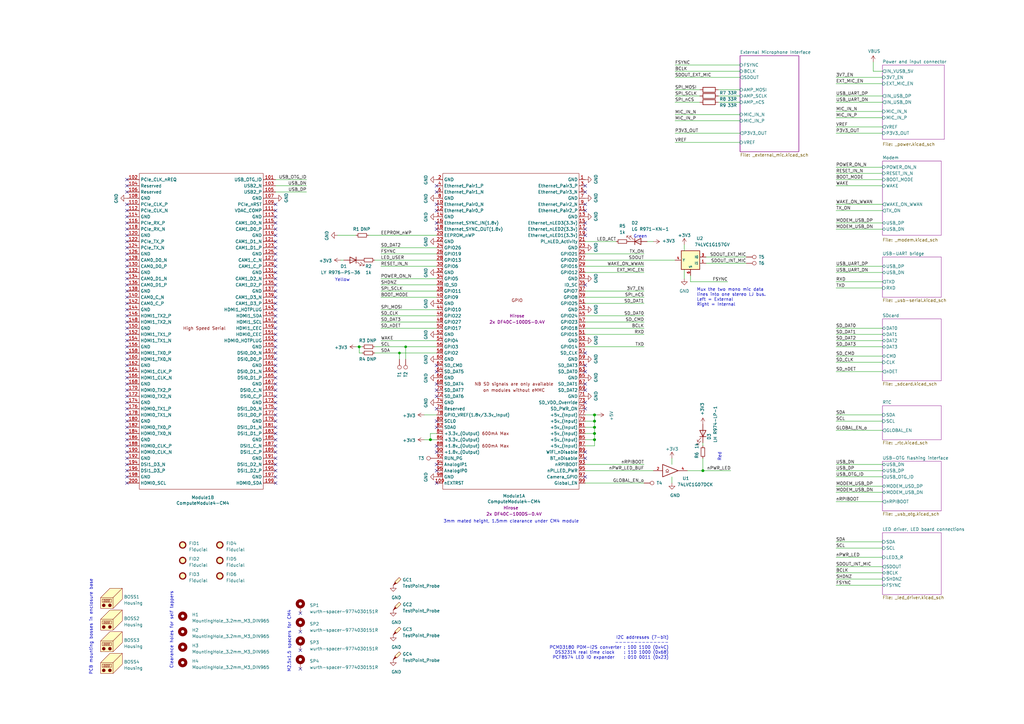
<source format=kicad_sch>
(kicad_sch (version 20230409) (generator eeschema)
  (paper "A3")
  (junction (at 243.84 177.8) (diameter 1.016))
  (junction (at 243.84 172.72) (diameter 1.016))
  (junction (at 166.37 142.24))
  (junction (at 147.32 142.24) (diameter 1.016))
  (junction (at 176.53 180.34) (diameter 1.016))
  (junction (at 243.84 180.34) (diameter 1.016))
  (junction (at 288.29 193.04) (diameter 1.016))
  (junction (at 163.83 144.78))
  (junction (at 243.84 170.18) (diameter 1.016))
  (junction (at 243.84 175.26) (diameter 1.016))
  (no_connect (at 123.19 274.32))
  (no_connect (at 123.19 259.08))
  (no_connect (at 179.07 190.5))
  (no_connect (at 179.07 149.86))
  (no_connect (at 179.07 152.4))
  (no_connect (at 179.07 157.48))
  (no_connect (at 52.07 180.34))
  (no_connect (at 52.07 119.38))
  (no_connect (at 179.07 198.12))
  (no_connect (at 52.07 187.96))
  (no_connect (at 52.07 172.72))
  (no_connect (at 52.07 134.62))
  (no_connect (at 179.07 160.02))
  (no_connect (at 179.07 162.56))
  (no_connect (at 179.07 167.64))
  (no_connect (at 240.03 185.42))
  (no_connect (at 240.03 187.96))
  (no_connect (at 240.03 195.58))
  (no_connect (at 52.07 142.24))
  (no_connect (at 113.03 185.42))
  (no_connect (at 113.03 190.5))
  (no_connect (at 113.03 187.96))
  (no_connect (at 113.03 180.34))
  (no_connect (at 113.03 193.04))
  (no_connect (at 113.03 198.12))
  (no_connect (at 113.03 165.1))
  (no_connect (at 123.19 251.46))
  (no_connect (at 113.03 157.48))
  (no_connect (at 52.07 165.1))
  (no_connect (at 52.07 111.76))
  (no_connect (at 52.07 88.9))
  (no_connect (at 52.07 96.52))
  (no_connect (at 113.03 114.3))
  (no_connect (at 113.03 116.84))
  (no_connect (at 113.03 121.92))
  (no_connect (at 113.03 124.46))
  (no_connect (at 113.03 127))
  (no_connect (at 113.03 129.54))
  (no_connect (at 113.03 132.08))
  (no_connect (at 113.03 134.62))
  (no_connect (at 113.03 137.16))
  (no_connect (at 113.03 139.7))
  (no_connect (at 113.03 144.78))
  (no_connect (at 113.03 147.32))
  (no_connect (at 113.03 152.4))
  (no_connect (at 113.03 154.94))
  (no_connect (at 113.03 160.02))
  (no_connect (at 113.03 162.56))
  (no_connect (at 113.03 167.64))
  (no_connect (at 113.03 170.18))
  (no_connect (at 113.03 175.26))
  (no_connect (at 113.03 177.8))
  (no_connect (at 113.03 182.88))
  (no_connect (at 240.03 116.84))
  (no_connect (at 52.07 157.48))
  (no_connect (at 52.07 76.2))
  (no_connect (at 179.07 193.04))
  (no_connect (at 113.03 96.52))
  (no_connect (at 113.03 119.38))
  (no_connect (at 113.03 88.9))
  (no_connect (at 52.07 127))
  (no_connect (at 179.07 76.2))
  (no_connect (at 179.07 78.74))
  (no_connect (at 179.07 83.82))
  (no_connect (at 179.07 86.36))
  (no_connect (at 179.07 91.44))
  (no_connect (at 179.07 93.98))
  (no_connect (at 240.03 76.2))
  (no_connect (at 240.03 78.74))
  (no_connect (at 240.03 83.82))
  (no_connect (at 240.03 86.36))
  (no_connect (at 240.03 91.44))
  (no_connect (at 240.03 93.98))
  (no_connect (at 240.03 96.52))
  (no_connect (at 113.03 111.76))
  (no_connect (at 52.07 73.66))
  (no_connect (at 52.07 78.74))
  (no_connect (at 52.07 83.82))
  (no_connect (at 52.07 86.36))
  (no_connect (at 52.07 91.44))
  (no_connect (at 52.07 93.98))
  (no_connect (at 52.07 99.06))
  (no_connect (at 52.07 101.6))
  (no_connect (at 52.07 106.68))
  (no_connect (at 52.07 109.22))
  (no_connect (at 52.07 114.3))
  (no_connect (at 52.07 116.84))
  (no_connect (at 52.07 121.92))
  (no_connect (at 52.07 124.46))
  (no_connect (at 52.07 129.54))
  (no_connect (at 52.07 132.08))
  (no_connect (at 52.07 137.16))
  (no_connect (at 52.07 139.7))
  (no_connect (at 52.07 144.78))
  (no_connect (at 52.07 147.32))
  (no_connect (at 52.07 152.4))
  (no_connect (at 52.07 154.94))
  (no_connect (at 52.07 160.02))
  (no_connect (at 52.07 162.56))
  (no_connect (at 52.07 167.64))
  (no_connect (at 52.07 170.18))
  (no_connect (at 52.07 175.26))
  (no_connect (at 52.07 177.8))
  (no_connect (at 52.07 182.88))
  (no_connect (at 52.07 185.42))
  (no_connect (at 52.07 190.5))
  (no_connect (at 52.07 193.04))
  (no_connect (at 52.07 198.12))
  (no_connect (at 113.03 83.82))
  (no_connect (at 113.03 86.36))
  (no_connect (at 113.03 91.44))
  (no_connect (at 113.03 93.98))
  (no_connect (at 113.03 99.06))
  (no_connect (at 113.03 101.6))
  (no_connect (at 113.03 106.68))
  (no_connect (at 113.03 109.22))
  (no_connect (at 113.03 142.24))
  (no_connect (at 113.03 172.72))
  (no_connect (at 113.03 149.86))
  (no_connect (at 52.07 195.58))
  (no_connect (at 123.19 266.7))
  (no_connect (at 113.03 195.58))
  (no_connect (at 240.03 144.78))
  (no_connect (at 240.03 149.86))
  (no_connect (at 240.03 152.4))
  (no_connect (at 240.03 157.48))
  (no_connect (at 240.03 160.02))
  (no_connect (at 240.03 165.1))
  (no_connect (at 240.03 167.64))
  (no_connect (at 52.07 149.86))
  (no_connect (at 113.03 104.14))
  (no_connect (at 52.07 104.14))
  (no_connect (at 179.07 172.72))
  (no_connect (at 179.07 175.26))
  (no_connect (at 179.07 182.88))
  (no_connect (at 179.07 185.42))
  (wire (pts (xy 243.84 170.18) (xy 243.84 172.72)))
  (wire (pts (xy 243.84 175.26) (xy 243.84 177.8)))
  (wire (pts (xy 342.9 109.22) (xy 361.95 109.22)))
  (wire (pts (xy 243.84 177.8) (xy 243.84 180.34)))
  (wire (pts (xy 156.21 101.6) (xy 179.07 101.6)))
  (wire (pts (xy 156.21 129.54) (xy 179.07 129.54)))
  (wire (pts (xy 265.43 99.06) (xy 267.97 99.06)))
  (wire (pts (xy 276.86 41.91) (xy 287.02 41.91)))
  (wire (pts (xy 240.03 99.06) (xy 252.73 99.06)))
  (wire (pts (xy 276.86 39.37) (xy 287.02 39.37)))
  (wire (pts (xy 153.67 144.78) (xy 163.83 144.78)))
  (wire (pts (xy 288.29 181.61) (xy 288.29 182.88)))
  (wire (pts (xy 243.84 182.88) (xy 240.03 182.88)))
  (wire (pts (xy 342.9 237.49) (xy 361.95 237.49)))
  (wire (pts (xy 281.94 193.04) (xy 288.29 193.04)))
  (wire (pts (xy 288.29 193.04) (xy 299.72 193.04)))
  (wire (pts (xy 240.03 134.62) (xy 264.16 134.62)))
  (wire (pts (xy 156.21 114.3) (xy 179.07 114.3)))
  (wire (pts (xy 173.99 180.34) (xy 176.53 180.34)))
  (wire (pts (xy 153.67 142.24) (xy 166.37 142.24)))
  (wire (pts (xy 342.9 222.25) (xy 361.95 222.25)))
  (wire (pts (xy 294.64 36.83) (xy 303.53 36.83)))
  (wire (pts (xy 243.84 172.72) (xy 243.84 175.26)))
  (wire (pts (xy 283.21 113.03) (xy 283.21 115.57)))
  (wire (pts (xy 342.9 170.18) (xy 361.95 170.18)))
  (wire (pts (xy 358.14 25.4) (xy 358.14 29.21)))
  (wire (pts (xy 358.14 29.21) (xy 361.95 29.21)))
  (wire (pts (xy 276.86 31.75) (xy 303.53 31.75)))
  (wire (pts (xy 275.59 195.58) (xy 275.59 198.12)))
  (wire (pts (xy 138.43 96.52) (xy 146.05 96.52)))
  (wire (pts (xy 176.53 177.8) (xy 176.53 180.34)))
  (wire (pts (xy 179.07 177.8) (xy 176.53 177.8)))
  (wire (pts (xy 342.9 224.79) (xy 361.95 224.79)))
  (wire (pts (xy 342.9 190.5) (xy 361.95 190.5)))
  (wire (pts (xy 283.21 115.57) (xy 298.45 115.57)))
  (wire (pts (xy 342.9 142.24) (xy 361.95 142.24)))
  (wire (pts (xy 156.21 127) (xy 179.07 127)))
  (wire (pts (xy 156.21 134.62) (xy 179.07 134.62)))
  (wire (pts (xy 240.03 170.18) (xy 243.84 170.18)))
  (wire (pts (xy 146.05 142.24) (xy 147.32 142.24)))
  (wire (pts (xy 147.32 142.24) (xy 148.59 142.24)))
  (wire (pts (xy 342.9 137.16) (xy 361.95 137.16)))
  (wire (pts (xy 342.9 205.74) (xy 361.95 205.74)))
  (wire (pts (xy 163.83 144.78) (xy 163.83 147.32)))
  (wire (pts (xy 156.21 119.38) (xy 179.07 119.38)))
  (wire (pts (xy 342.9 232.41) (xy 361.95 232.41)))
  (wire (pts (xy 280.67 110.49) (xy 280.67 114.3)))
  (wire (pts (xy 166.37 142.24) (xy 179.07 142.24)))
  (wire (pts (xy 176.53 180.34) (xy 179.07 180.34)))
  (wire (pts (xy 240.03 137.16) (xy 264.16 137.16)))
  (wire (pts (xy 156.21 104.14) (xy 179.07 104.14)))
  (wire (pts (xy 342.9 148.59) (xy 361.95 148.59)))
  (wire (pts (xy 289.56 105.41) (xy 306.07 105.41)))
  (wire (pts (xy 342.9 83.82) (xy 361.95 83.82)))
  (wire (pts (xy 173.99 170.18) (xy 179.07 170.18)))
  (wire (pts (xy 342.9 193.04) (xy 361.95 193.04)))
  (wire (pts (xy 361.95 176.53) (xy 342.9 176.53)))
  (wire (pts (xy 153.67 106.68) (xy 179.07 106.68)))
  (wire (pts (xy 342.9 41.91) (xy 361.95 41.91)))
  (wire (pts (xy 240.03 175.26) (xy 243.84 175.26)))
  (wire (pts (xy 342.9 68.58) (xy 361.95 68.58)))
  (wire (pts (xy 342.9 118.11) (xy 361.95 118.11)))
  (wire (pts (xy 240.03 121.92) (xy 264.16 121.92)))
  (wire (pts (xy 156.21 121.92) (xy 179.07 121.92)))
  (wire (pts (xy 240.03 172.72) (xy 243.84 172.72)))
  (wire (pts (xy 240.03 104.14) (xy 264.16 104.14)))
  (wire (pts (xy 342.9 134.62) (xy 361.95 134.62)))
  (wire (pts (xy 342.9 172.72) (xy 361.95 172.72)))
  (wire (pts (xy 342.9 71.12) (xy 361.95 71.12)))
  (wire (pts (xy 289.56 107.95) (xy 306.07 107.95)))
  (wire (pts (xy 240.03 190.5) (xy 264.16 190.5)))
  (wire (pts (xy 275.59 187.96) (xy 275.59 190.5)))
  (wire (pts (xy 342.9 93.98) (xy 361.95 93.98)))
  (wire (pts (xy 243.84 170.18) (xy 245.11 170.18)))
  (wire (pts (xy 342.9 48.26) (xy 361.95 48.26)))
  (wire (pts (xy 342.9 91.44) (xy 361.95 91.44)))
  (wire (pts (xy 342.9 39.37) (xy 361.95 39.37)))
  (wire (pts (xy 342.9 45.72) (xy 361.95 45.72)))
  (wire (pts (xy 342.9 73.66) (xy 361.95 73.66)))
  (wire (pts (xy 151.13 96.52) (xy 179.07 96.52)))
  (wire (pts (xy 240.03 177.8) (xy 243.84 177.8)))
  (wire (pts (xy 156.21 139.7) (xy 179.07 139.7)))
  (wire (pts (xy 276.86 46.99) (xy 303.53 46.99)))
  (wire (pts (xy 342.9 111.76) (xy 361.95 111.76)))
  (wire (pts (xy 240.03 198.12) (xy 264.16 198.12)))
  (wire (pts (xy 147.32 144.78) (xy 147.32 142.24)))
  (wire (pts (xy 148.59 144.78) (xy 147.32 144.78)))
  (wire (pts (xy 240.03 111.76) (xy 264.16 111.76)))
  (wire (pts (xy 113.03 76.2) (xy 125.73 76.2)))
  (wire (pts (xy 294.64 41.91) (xy 303.53 41.91)))
  (wire (pts (xy 276.86 26.67) (xy 303.53 26.67)))
  (wire (pts (xy 240.03 193.04) (xy 267.97 193.04)))
  (wire (pts (xy 276.86 49.53) (xy 303.53 49.53)))
  (wire (pts (xy 342.9 152.4) (xy 361.95 152.4)))
  (wire (pts (xy 156.21 132.08) (xy 179.07 132.08)))
  (wire (pts (xy 280.67 100.33) (xy 280.67 102.87)))
  (wire (pts (xy 342.9 195.58) (xy 361.95 195.58)))
  (wire (pts (xy 240.03 132.08) (xy 264.16 132.08)))
  (wire (pts (xy 342.9 86.36) (xy 361.95 86.36)))
  (wire (pts (xy 342.9 234.95) (xy 361.95 234.95)))
  (wire (pts (xy 240.03 142.24) (xy 264.16 142.24)))
  (wire (pts (xy 342.9 201.93) (xy 361.95 201.93)))
  (wire (pts (xy 240.03 124.46) (xy 264.16 124.46)))
  (wire (pts (xy 342.9 54.61) (xy 361.95 54.61)))
  (wire (pts (xy 156.21 116.84) (xy 179.07 116.84)))
  (wire (pts (xy 240.03 109.22) (xy 264.16 109.22)))
  (wire (pts (xy 166.37 142.24) (xy 166.37 147.32)))
  (wire (pts (xy 156.21 109.22) (xy 179.07 109.22)))
  (wire (pts (xy 342.9 228.6) (xy 361.95 228.6)))
  (wire (pts (xy 240.03 180.34) (xy 243.84 180.34)))
  (wire (pts (xy 342.9 199.39) (xy 361.95 199.39)))
  (wire (pts (xy 342.9 146.05) (xy 361.95 146.05)))
  (wire (pts (xy 243.84 180.34) (xy 243.84 182.88)))
  (wire (pts (xy 342.9 139.7) (xy 361.95 139.7)))
  (wire (pts (xy 240.03 106.68) (xy 276.86 106.68)))
  (wire (pts (xy 140.97 106.68) (xy 139.7 106.68)))
  (wire (pts (xy 276.86 54.61) (xy 303.53 54.61)))
  (wire (pts (xy 276.86 58.42) (xy 303.53 58.42)))
  (wire (pts (xy 113.03 78.74) (xy 125.73 78.74)))
  (wire (pts (xy 342.9 31.75) (xy 361.95 31.75)))
  (wire (pts (xy 294.64 39.37) (xy 303.53 39.37)))
  (wire (pts (xy 240.03 119.38) (xy 264.16 119.38)))
  (wire (pts (xy 342.9 240.03) (xy 361.95 240.03)))
  (wire (pts (xy 342.9 34.29) (xy 361.95 34.29)))
  (wire (pts (xy 342.9 115.57) (xy 361.95 115.57)))
  (wire (pts (xy 113.03 73.66) (xy 125.73 73.66)))
  (wire (pts (xy 163.83 144.78) (xy 179.07 144.78)))
  (wire (pts (xy 288.29 187.96) (xy 288.29 193.04)))
  (wire (pts (xy 342.9 52.07) (xy 361.95 52.07)))
  (wire (pts (xy 276.86 29.21) (xy 303.53 29.21)))
  (wire (pts (xy 276.86 36.83) (xy 287.02 36.83)))
  (wire (pts (xy 240.03 129.54) (xy 264.16 129.54)))
  (wire (pts (xy 342.9 76.2) (xy 361.95 76.2)))
  (text "Yellow" (at 143.51 115.57 0) (effects (font (size 1.27 1.27)) (justify right bottom)))
  (text "Red" (at 295.91 185.42 90) (effects (font (size 1.27 1.27)) (justify right bottom)))
  (text "Mux the two mono mic data \nlines into one stereo LJ bus.\nLeft = External\nRight = Internal" (at 285.75 125.73 0) (effects (font (size 1.27 1.27)) (justify left bottom)))
  (text "Green" (at 265.43 97.79 0) (effects (font (size 1.27 1.27)) (justify right bottom)))
  (text "3mm mated height, 1.5mm clearance under CM4 module" (at 237.49 214.63 0) (effects (font (size 1.27 1.27)) (justify right bottom)))
  (text "PCB mounting bosses in enclosure base\n" (at 38.1 276.86 90) (effects (font (size 1.27 1.27)) (justify left bottom)))
  (text "Clearance holes for self tappers" (at 71.12 274.32 90) (effects (font (size 1.27 1.27)) (justify left bottom)))
  (text "I2C addresses (7-bit)\n--------------\nPCMD3180 PDM-I2S converter : 100 1100 (0x4C)\nDS3231N real time clock    : 110 1000 (0x68)\nPCF8574 LED IO expander    : 010 0011 (0x23)\n" (at 274.32 270.51 0) (effects (font (size 1.27 1.27)) (justify right bottom)))
  (text "M2.5x1.5 spacers for CM4" (at 119.38 250.19 90) (effects (font (size 1.27 1.27)) (justify right bottom)))
  (label "nPWR_LED" (at 342.9 228.6 0))
  (label "SD_DAT0" (at 342.9 134.62 0))
  (label "SPI_MOSI" (at 276.86 36.83 0))
  (label "SPI_MOSI" (at 156.21 127 0))
  (label "nPWR_LED_BUF" (at 264.16 193.04 180))
  (label "SD_DAT2" (at 156.21 101.6 0))
  (label "TXD" (at 342.9 118.11 0))
  (label "nRPIBOOT" (at 264.16 190.5 180))
  (label "EXT_MIC_EN" (at 342.9 34.29 0))
  (label "BOOT_MODE" (at 156.21 121.92 0))
  (label "VREF" (at 342.9 52.07 0))
  (label "MIC_IN_N" (at 342.9 45.72 0))
  (label "SHDNZ" (at 156.21 116.84 0))
  (label "USB_DN" (at 342.9 190.5 0))
  (label "SD_DAT1" (at 342.9 137.16 0))
  (label "SD_CLK" (at 342.9 148.59 0))
  (label "SD_DAT3" (at 156.21 132.08 0))
  (label "SDA" (at 342.9 170.18 0))
  (label "USB_UART_DN" (at 342.9 111.76 0))
  (label "USB_OTG_ID" (at 342.9 195.58 0))
  (label "SCL" (at 342.9 224.79 0))
  (label "USB_DP" (at 125.73 78.74 180))
  (label "USB_UART_DN" (at 342.9 41.91 0))
  (label "FSYNC" (at 156.21 104.14 0))
  (label "LED_USER" (at 156.21 106.68 0))
  (label "WAKE_ON_WWAN" (at 342.9 83.82 0))
  (label "nPWR_LED" (at 299.72 193.04 180))
  (label "VREF" (at 276.86 58.42 0))
  (label "SDA" (at 342.9 222.25 0))
  (label "MODEM_USB_DN" (at 342.9 93.98 0))
  (label "WAKE_ON_WWAN" (at 264.16 109.22 180))
  (label "SDOUT_EXT_MIC" (at 276.86 31.75 0))
  (label "RESET_IN_N" (at 342.9 71.12 0))
  (label "GLOBAL_EN_o" (at 264.16 198.12 180))
  (label "SPI_SCLK" (at 156.21 119.38 0))
  (label "POWER_ON_N" (at 156.21 114.3 0))
  (label "GLOBAL_EN_o" (at 342.9 176.53 0))
  (label "BCLK" (at 276.86 29.21 0))
  (label "MODEM_USB_DP" (at 342.9 199.39 0))
  (label "SD_DAT0" (at 264.16 129.54 180))
  (label "SPI_nCS" (at 276.86 41.91 0))
  (label "USB_OTG_ID" (at 125.73 73.66 180))
  (label "SD_nDET" (at 156.21 134.62 0))
  (label "EEPROM_nWP" (at 156.21 96.52 0))
  (label "POWER_ON_N" (at 342.9 68.58 0))
  (label "SCL" (at 156.21 142.24 0))
  (label "MIC_IN_P" (at 276.86 49.53 0))
  (label "WAKE" (at 342.9 76.2 0))
  (label "MIC_IN_P" (at 342.9 48.26 0))
  (label "MIC_IN_N" (at 276.86 46.99 0))
  (label "SPI_nCS" (at 264.16 121.92 180))
  (label "SD_CMD" (at 264.16 132.08 180))
  (label "USB_DN" (at 125.73 76.2 180))
  (label "LED_ACT" (at 252.73 99.06 180))
  (label "TX_ON" (at 264.16 104.14 180))
  (label "SD_CMD" (at 342.9 146.05 0))
  (label "SD_nDET" (at 342.9 152.4 0))
  (label "RXD" (at 342.9 115.57 0))
  (label "MODEM_USB_DN" (at 342.9 201.93 0))
  (label "USB_UART_DP" (at 342.9 39.37 0))
  (label "SDOUT_EXT_MIC" (at 306.07 105.41 180))
  (label "P3V3_OUT" (at 276.86 54.61 0))
  (label "SHDNZ" (at 342.9 237.49 0))
  (label "SDOUT" (at 264.16 106.68 180))
  (label "SD_DAT1" (at 264.16 124.46 180))
  (label "FSYNC" (at 276.86 26.67 0))
  (label "SDOUT_INT_MIC" (at 342.9 232.41 0))
  (label "SDA" (at 156.21 144.78 0))
  (label "SDOUT_INT_MIC" (at 306.07 107.95 180))
  (label "SD_DAT3" (at 342.9 142.24 0))
  (label "SD_CLK" (at 156.21 129.54 0))
  (label "MODEM_USB_DP" (at 342.9 91.44 0))
  (label "SPI_SCLK" (at 276.86 39.37 0))
  (label "USB_DP" (at 342.9 193.04 0))
  (label "TX_ON" (at 342.9 86.36 0))
  (label "3V7_EN" (at 264.16 119.38 180))
  (label "BCLK" (at 342.9 234.95 0))
  (label "RESET_IN_N" (at 156.21 109.22 0))
  (label "P3V3_OUT" (at 342.9 54.61 0))
  (label "USB_UART_DP" (at 342.9 109.22 0))
  (label "BOOT_MODE" (at 342.9 73.66 0))
  (label "TXD" (at 264.16 142.24 180))
  (label "FSYNC" (at 342.9 240.03 0))
  (label "nRPIBOOT" (at 342.9 205.74 0))
  (label "EXT_MIC_EN" (at 264.16 111.76 180))
  (label "3V7_EN" (at 342.9 31.75 0))
  (label "BCLK" (at 264.16 134.62 180))
  (label "WAKE" (at 156.21 139.7 0))
  (label "SCL" (at 342.9 172.72 0))
  (label "FSYNC" (at 298.45 115.57 180))
  (label "RXD" (at 264.16 137.16 180))
  (label "SD_DAT2" (at 342.9 139.7 0))
  (symbol (lib_id "Device:R_Small") (at 151.13 106.68 270) (unit 1)
    (property "Reference" "R2" (at 151.13 109.22 90))
    (property "Value" "1k" (at 151.13 111.76 90))
    (property "Footprint" "Resistor_SMD:R_0402_1005Metric" (effects hide))
  )
  (symbol (lib_id "Device:R_Small") (at 255.27 99.06 90) (unit 1)
    (property "Reference" "R5" (at 255.27 92.71 90))
    (property "Value" "1k" (at 255.27 95.25 90))
    (property "Footprint" "Resistor_SMD:R_0402_1005Metric" (effects hide))
  )
  (symbol (lib_id "power:+3V3") (at 280.67 100.33 0) (unit 1)
    (property "Reference" "#PWR037" (effects hide))
    (property "Value" "+3V3" (at 280.67 96.52 0))
  )
  (symbol (lib_id "74xGxx:74LVC1G07") (at 275.59 193.04 0) (unit 1)
    (property "Reference" "U1" (at 281.305 196.215 0))
    (property "Value" "74LVC1G07DCK" (at 285.115 198.755 0))
    (property "Footprint" "Package_TO_SOT_SMD:SOT-353_SC-70-5" (effects hide))
    (property "Datasheet" "http://www.ti.com/lit/sg/scyt129e/scyt129e.pdf" (effects hide))
  )
  (symbol (lib_id "power:GND") (at 179.07 73.66 270) (unit 1)
    (property "Reference" "#PWR012" (effects hide))
    (property "Value" "GND" (at 174.6758 73.787 0))
  )
  (symbol (lib_id "Device:LED") (at 144.78 106.68 0) (mirror y) (unit 1)
    (property "Reference" "D1" (at 140.97 109.22 0))
    (property "Value" "LY R976-PS-36" (at 139.7 111.76 0))
    (property "Footprint" "jeffmakes-footprints:CHIPLED-0805" (effects hide))
  )
  (symbol (lib_id "Connector:TestPoint") (at 306.07 105.41 270) (unit 1)
    (property "Reference" "T5" (at 311.15 105.41 90) (effects (justify left)))
    (property "Value" " " (at 311.15 104.14 90) (effects (justify left)))
    (property "Footprint" "TestPoint:TestPoint_Pad_D1.0mm" (effects hide))
  )
  (symbol (lib_id "power:+3V3") (at 288.29 173.99 0) (unit 1)
    (property "Reference" "#PWR039" (effects hide))
    (property "Value" "+3V3" (at 288.0233 167.7606 90))
  )
  (symbol (lib_id "Mechanical:Fiducial") (at 74.93 223.52 0) (unit 1) (in_bom no)
    (property "Reference" "FID1" (at 77.47 222.8849 0) (effects (justify left)))
    (property "Value" "Fiducial" (at 77.47 225.4249 0) (effects (justify left)))
    (property "Footprint" "Fiducial:Fiducial_1mm_Mask2mm" (effects hide))
  )
  (symbol (lib_id "power:+3V3") (at 267.97 99.06 270) (unit 1)
    (property "Reference" "#PWR034" (effects hide))
    (property "Value" "+3V3" (at 274.1994 98.7933 90))
  )
  (symbol (lib_id "Mechanical:Fiducial") (at 74.93 236.22 0) (unit 1) (in_bom no)
    (property "Reference" "FID3" (at 77.47 235.5849 0) (effects (justify left)))
    (property "Value" "Fiducial" (at 77.47 238.1249 0) (effects (justify left)))
    (property "Footprint" "Fiducial:Fiducial_1mm_Mask2mm" (effects hide))
  )
  (symbol (lib_id "Mechanical:MountingHole") (at 74.93 259.08 0) (unit 1) (in_bom no)
    (property "Reference" "H2" (at 78.74 258.4449 0) (effects (justify left)))
    (property "Value" "MountingHole_3.2mm_M3_DIN965" (at 78.74 260.9849 0) (effects (justify left)))
    (property "Footprint" "MountingHole:MountingHole_3.2mm_M3_DIN965" (effects hide))
  )
  (symbol (lib_id "Mechanical:MountingHole") (at 74.93 271.78 0) (unit 1) (in_bom no)
    (property "Reference" "H4" (at 78.74 271.1449 0) (effects (justify left)))
    (property "Value" "MountingHole_3.2mm_M3_DIN965" (at 78.74 273.6849 0) (effects (justify left)))
    (property "Footprint" "MountingHole:MountingHole_3.2mm_M3_DIN965" (effects hide))
  )
  (symbol (lib_id "Device:R_Small") (at 151.13 144.78 270) (unit 1)
    (property "Reference" "R4" (at 148.59 147.32 90))
    (property "Value" "DNP" (at 152.4 147.32 90))
    (property "Footprint" "Resistor_SMD:R_0402_1005Metric" (effects hide))
  )
  (symbol (lib_id "Connector:TestPoint_Probe") (at 161.29 270.51 0) (unit 1)
    (property "Reference" "GC4" (at 165.1 268.2875 0) (effects (justify left)))
    (property "Value" "TestPoint_Probe" (at 165.1 270.8275 0) (effects (justify left)))
    (property "Footprint" "TestPoint:TestPoint_Keystone_5019_Minature" (effects hide))
  )
  (symbol (lib_id "power:GND") (at 161.29 260.35 0) (unit 1)
    (property "Reference" "#PWR08" (effects hide))
    (property "Value" "GND" (at 162.56 265.43 0))
  )
  (symbol (lib_id "Mechanical:Housing") (at 46.99 271.78 0) (unit 1) (in_bom no)
    (property "Reference" "BOSS4" (at 50.8 271.4625 0) (effects (justify left)))
    (property "Value" "Housing" (at 50.8 274.0025 0) (effects (justify left)))
    (property "Footprint" "jeffmakes-footprints:bugg-pcb-boss" (effects hide))
  )
  (symbol (lib_id "Connector:TestPoint") (at 166.37 147.32 180) (unit 1)
    (property "Reference" "T2" (at 166.37 152.4 90) (effects (justify left)))
    (property "Value" " " (at 167.64 152.4 90) (effects (justify left)))
    (property "Footprint" "TestPoint:TestPoint_Pad_D1.0mm" (effects hide))
  )
  (symbol (lib_id "CM4IO:ComputeModule4-CM4") (at -57.15 134.62 0) (unit 2)
    (property "Reference" "Module1" (at 83.185 204.0444 0))
    (property "Value" "ComputeModule4-CM4" (at 83.185 206.3431 0))
    (property "Footprint" "jeffmakes-footprints:Raspberry-Pi-4-Compute-Module-no-holes" (effects hide))
    (property "Field5" "2x DF40C-100DS-0.4V" (at 210.82 210.82 0))
    (property "Field4" "Hirose" (at 209.55 208.28 0))
  )
  (symbol (lib_id "power:GND") (at 240.03 114.3 90) (unit 1)
    (property "Reference" "#PWR027" (effects hide))
    (property "Value" "GND" (at 244.4242 114.173 0))
  )
  (symbol (lib_id "Mechanical:MountingHole_Pad") (at 123.19 248.92 0) (unit 1)
    (property "Reference" "SP1" (at 127 248.2849 0) (effects (justify left)))
    (property "Value" "wurth-spacer-9774030151R" (at 127 250.8249 0) (effects (justify left)))
    (property "Footprint" "jeffmakes-footprints:wurth-spacer-WA-SMSI-9774030151R" (effects hide))
  )
  (symbol (lib_id "Device:R_Small") (at 151.13 142.24 270) (mirror x) (unit 1)
    (property "Reference" "R3" (at 148.59 139.7 90))
    (property "Value" "DNP" (at 152.4 139.7 90))
    (property "Footprint" "Resistor_SMD:R_0402_1005Metric" (effects hide))
  )
  (symbol (lib_id "Device:R_Small") (at 148.59 96.52 270) (mirror x) (unit 1)
    (property "Reference" "R1" (at 146.05 93.98 90))
    (property "Value" "DNP" (at 149.86 93.98 90))
    (property "Footprint" "Resistor_SMD:R_0402_1005Metric" (effects hide))
  )
  (symbol (lib_id "power:GND") (at 240.03 162.56 90) (unit 1)
    (property "Reference" "#PWR032" (effects hide))
    (property "Value" "GND" (at 244.4242 162.433 0))
  )
  (symbol (lib_id "j_74xGxx:74LVC1G157") (at 283.21 106.68 0) (mirror y) (unit 1)
    (property "Reference" "U2" (at 287.02 97.79 0))
    (property "Value" "74LVC1G157GV" (at 292.1 100.33 0))
    (property "Footprint" "Package_SO:SC-74-6_1.5x2.9mm_P0.95mm" (effects hide))
  )
  (symbol (lib_id "power:GND") (at 138.43 96.52 270) (unit 1)
    (property "Reference" "#PWR03" (effects hide))
    (property "Value" "GND" (at 134.0358 96.647 0))
  )
  (symbol (lib_id "Mechanical:MountingHole") (at 74.93 265.43 0) (mirror y) (unit 1) (in_bom no)
    (property "Reference" "H3" (at 78.74 264.7949 0) (effects (justify right)))
    (property "Value" "MountingHole_3.2mm_M3_DIN965" (at 78.74 267.3349 0) (effects (justify right)))
    (property "Footprint" "MountingHole:MountingHole_3.2mm_M3_DIN965" (effects hide))
  )
  (symbol (lib_id "Connector:TestPoint_Probe") (at 161.29 260.35 0) (unit 1)
    (property "Reference" "GC3" (at 165.1 258.1275 0) (effects (justify left)))
    (property "Value" "TestPoint_Probe" (at 165.1 260.6675 0) (effects (justify left)))
    (property "Footprint" "TestPoint:TestPoint_Keystone_5019_Minature" (effects hide))
  )
  (symbol (lib_id "power:+3V3") (at 146.05 142.24 90) (unit 1)
    (property "Reference" "#PWR05" (effects hide))
    (property "Value" "+3V3" (at 139.8206 142.5067 90))
  )
  (symbol (lib_id "power:GND") (at 240.03 127 90) (unit 1)
    (property "Reference" "#PWR028" (effects hide))
    (property "Value" "GND" (at 244.4242 126.873 0))
  )
  (symbol (lib_id "Mechanical:Fiducial") (at 90.17 223.52 0) (unit 1) (in_bom no)
    (property "Reference" "FID4" (at 92.71 222.8849 0) (effects (justify left)))
    (property "Value" "Fiducial" (at 92.71 225.4249 0) (effects (justify left)))
    (property "Footprint" "Fiducial:Fiducial_1mm_Mask2mm" (effects hide))
  )
  (symbol (lib_id "power:GND") (at 240.03 81.28 90) (unit 1)
    (property "Reference" "#PWR024" (effects hide))
    (property "Value" "GND" (at 244.4242 81.153 0))
  )
  (symbol (lib_id "power:+3V3") (at 139.7 106.68 90) (unit 1)
    (property "Reference" "#PWR04" (effects hide))
    (property "Value" "+3V3" (at 133.4706 106.9467 90))
  )
  (symbol (lib_id "power:VBUS") (at 358.14 25.4 0) (unit 1)
    (property "Reference" "#PWR040" (effects hide))
    (property "Value" "VBUS" (at 358.521 21.0058 0))
  )
  (symbol (lib_id "power:GND") (at 161.29 270.51 0) (unit 1)
    (property "Reference" "#PWR09" (effects hide))
    (property "Value" "GND" (at 162.56 275.59 0))
  )
  (symbol (lib_id "Connector:TestPoint_Probe") (at 161.29 250.19 0) (unit 1)
    (property "Reference" "GC2" (at 165.1 247.9675 0) (effects (justify left)))
    (property "Value" "TestPoint_Probe" (at 165.1 250.5075 0) (effects (justify left)))
    (property "Footprint" "TestPoint:TestPoint_Keystone_5019_Minature" (effects hide))
  )
  (symbol (lib_id "power:+5V") (at 245.11 170.18 270) (unit 1)
    (property "Reference" "#PWR033" (effects hide))
    (property "Value" "+5V" (at 250.7742 170.561 0))
  )
  (symbol (lib_id "power:GND") (at 113.03 81.28 90) (unit 1)
    (property "Reference" "#PWR02" (effects hide))
    (property "Value" "GND" (at 117.4242 81.153 0))
  )
  (symbol (lib_id "Device:R") (at 290.83 41.91 90) (unit 1)
    (property "Reference" "R9" (at 297.815 43.18 90) (effects (justify left)))
    (property "Value" "33R" (at 302.26 43.18 90) (effects (justify left)))
    (property "Footprint" "Resistor_SMD:R_0402_1005Metric" (effects hide))
  )
  (symbol (lib_id "Mechanical:Housing") (at 46.99 245.11 0) (unit 1) (in_bom no)
    (property "Reference" "BOSS1" (at 50.8 244.7925 0) (effects (justify left)))
    (property "Value" "Housing" (at 50.8 247.3325 0) (effects (justify left)))
    (property "Footprint" "jeffmakes-footprints:bugg-pcb-boss" (effects hide))
  )
  (symbol (lib_id "power:GND") (at 179.07 124.46 270) (unit 1)
    (property "Reference" "#PWR017" (effects hide))
    (property "Value" "GND" (at 174.6758 124.587 0))
  )
  (symbol (lib_id "power:GND") (at 240.03 88.9 90) (unit 1)
    (property "Reference" "#PWR025" (effects hide))
    (property "Value" "GND" (at 244.4242 88.773 0))
  )
  (symbol (lib_id "Device:LED") (at 288.29 177.8 270) (mirror x) (unit 1)
    (property "Reference" "D3" (at 290.83 179.07 0))
    (property "Value" "LH R974-LP-1" (at 293.37 173.99 0))
    (property "Footprint" "jeffmakes-footprints:CHIPLED-0805" (effects hide))
  )
  (symbol (lib_id "power:GND") (at 280.67 114.3 0) (unit 1)
    (property "Reference" "#PWR038" (effects hide))
    (property "Value" "GND" (at 280.67 119.38 0))
  )
  (symbol (lib_id "power:+3V3") (at 173.99 170.18 90) (unit 1)
    (property "Reference" "#PWR010" (effects hide))
    (property "Value" "+3V3" (at 167.7606 170.4467 90))
  )
  (symbol (lib_id "power:GND") (at 275.59 198.12 0) (unit 1)
    (property "Reference" "#PWR036" (effects hide))
    (property "Value" "GND" (at 276.86 203.2 0))
  )
  (symbol (lib_id "power:GND") (at 240.03 101.6 90) (unit 1)
    (property "Reference" "#PWR026" (effects hide))
    (property "Value" "GND" (at 244.4242 101.473 0))
  )
  (symbol (lib_id "Mechanical:Housing") (at 46.99 254 0) (unit 1) (in_bom no)
    (property "Reference" "BOSS2" (at 50.8 253.6825 0) (effects (justify left)))
    (property "Value" "Housing" (at 50.8 256.2225 0) (effects (justify left)))
    (property "Footprint" "jeffmakes-footprints:bugg-pcb-boss" (effects hide))
  )
  (symbol (lib_id "Device:R") (at 290.83 36.83 90) (unit 1)
    (property "Reference" "R7" (at 297.815 38.1 90) (effects (justify left)))
    (property "Value" "33R" (at 302.26 38.1 90) (effects (justify left)))
    (property "Footprint" "Resistor_SMD:R_0402_1005Metric" (effects hide))
  )
  (symbol (lib_id "Mechanical:Housing") (at 46.99 262.89 0) (unit 1) (in_bom no)
    (property "Reference" "BOSS3" (at 50.8 262.5725 0) (effects (justify left)))
    (property "Value" "Housing" (at 50.8 265.1125 0) (effects (justify left)))
    (property "Footprint" "jeffmakes-footprints:bugg-pcb-boss" (effects hide))
  )
  (symbol (lib_id "power:GND") (at 179.07 147.32 270) (unit 1)
    (property "Reference" "#PWR019" (effects hide))
    (property "Value" "GND" (at 174.6758 147.447 0))
  )
  (symbol (lib_id "Mechanical:Fiducial") (at 90.17 229.87 0) (unit 1) (in_bom no)
    (property "Reference" "FID5" (at 92.71 229.2349 0) (effects (justify left)))
    (property "Value" "Fiducial" (at 92.71 231.7749 0) (effects (justify left)))
    (property "Footprint" "Fiducial:Fiducial_1mm_Mask2mm" (effects hide))
  )
  (symbol (lib_id "power:GND") (at 179.07 81.28 270) (unit 1)
    (property "Reference" "#PWR013" (effects hide))
    (property "Value" "GND" (at 174.6758 81.407 0))
  )
  (symbol (lib_id "CM4IO:ComputeModule4-CM4") (at 212.09 129.54 0) (unit 1)
    (property "Reference" "Module1" (at 210.82 203.4094 0))
    (property "Value" "ComputeModule4-CM4" (at 210.82 205.7081 0))
    (property "Footprint" "jeffmakes-footprints:Raspberry-Pi-4-Compute-Module-no-holes" (effects hide))
    (property "Field5" "2x DF40C-100DS-0.4V" (at 212.09 132.08 0))
    (property "Field4" "Hirose" (at 212.09 129.54 0))
  )
  (symbol (lib_id "Connector:TestPoint") (at 264.16 198.12 270) (unit 1)
    (property "Reference" "T4" (at 269.24 198.12 90) (effects (justify left)))
    (property "Value" " " (at 269.24 196.85 90) (effects (justify left)))
    (property "Footprint" "TestPoint:TestPoint_Pad_D1.0mm" (effects hide))
  )
  (symbol (lib_id "Mechanical:MountingHole_Pad") (at 123.19 271.78 0) (unit 1)
    (property "Reference" "SP4" (at 127 271.1449 0) (effects (justify left)))
    (property "Value" "wurth-spacer-9774030151R" (at 127 273.6849 0) (effects (justify left)))
    (property "Footprint" "jeffmakes-footprints:wurth-spacer-WA-SMSI-9774030151R" (effects hide))
  )
  (symbol (lib_id "Connector:TestPoint") (at 179.07 187.96 90) (unit 1)
    (property "Reference" "T3" (at 173.99 187.96 90) (effects (justify left)))
    (property "Value" " " (at 173.99 189.23 90) (effects (justify left)))
    (property "Footprint" "TestPoint:TestPoint_Pad_D1.0mm" (effects hide))
  )
  (symbol (lib_id "Mechanical:MountingHole_Pad") (at 123.19 264.16 0) (unit 1)
    (property "Reference" "SP3" (at 127 263.5249 0) (effects (justify left)))
    (property "Value" "wurth-spacer-9774030151R" (at 127 266.0649 0) (effects (justify left)))
    (property "Footprint" "jeffmakes-footprints:wurth-spacer-WA-SMSI-9774030151R" (effects hide))
  )
  (symbol (lib_id "Device:R_Small") (at 288.29 185.42 0) (mirror x) (unit 1)
    (property "Reference" "R6" (at 285.75 186.69 90))
    (property "Value" "1k" (at 285.75 182.88 90))
    (property "Footprint" "Resistor_SMD:R_0402_1005Metric" (effects hide))
  )
  (symbol (lib_id "power:GND") (at 179.07 154.94 270) (unit 1)
    (property "Reference" "#PWR020" (effects hide))
    (property "Value" "GND" (at 174.6758 155.067 0))
  )
  (symbol (lib_id "power:+3V3") (at 173.99 180.34 90) (unit 1)
    (property "Reference" "#PWR011" (effects hide))
    (property "Value" "+3V3" (at 167.7606 180.6067 90))
  )
  (symbol (lib_id "power:+3V3") (at 275.59 187.96 0) (unit 1)
    (property "Reference" "#PWR035" (effects hide))
    (property "Value" "+3V3" (at 275.59 184.15 0))
  )
  (symbol (lib_id "power:GND") (at 240.03 139.7 90) (unit 1)
    (property "Reference" "#PWR029" (effects hide))
    (property "Value" "GND" (at 244.4242 139.573 0))
  )
  (symbol (lib_id "Device:R") (at 290.83 39.37 90) (unit 1)
    (property "Reference" "R8" (at 297.815 40.64 90) (effects (justify left)))
    (property "Value" "33R" (at 302.26 40.64 90) (effects (justify left)))
    (property "Footprint" "Resistor_SMD:R_0402_1005Metric" (effects hide))
  )
  (symbol (lib_id "power:GND") (at 161.29 240.03 0) (unit 1)
    (property "Reference" "#PWR06" (effects hide))
    (property "Value" "GND" (at 162.56 245.11 0))
  )
  (symbol (lib_id "power:GND") (at 179.07 111.76 270) (unit 1)
    (property "Reference" "#PWR016" (effects hide))
    (property "Value" "GND" (at 174.6758 111.887 0))
  )
  (symbol (lib_id "power:GND") (at 161.29 250.19 0) (unit 1)
    (property "Reference" "#PWR07" (effects hide))
    (property "Value" "GND" (at 162.56 255.27 0))
  )
  (symbol (lib_id "power:GND") (at 179.07 99.06 270) (unit 1)
    (property "Reference" "#PWR015" (effects hide))
    (property "Value" "GND" (at 174.6758 99.187 0))
  )
  (symbol (lib_id "Mechanical:MountingHole") (at 74.93 252.73 0) (unit 1) (in_bom no)
    (property "Reference" "H1" (at 78.74 252.0949 0) (effects (justify left)))
    (property "Value" "MountingHole_3.2mm_M3_DIN965" (at 78.74 254.6349 0) (effects (justify left)))
    (property "Footprint" "MountingHole:MountingHole_3.2mm_M3_DIN965" (effects hide))
  )
  (symbol (lib_id "power:GND") (at 179.07 195.58 270) (unit 1)
    (property "Reference" "#PWR022" (effects hide))
    (property "Value" "GND" (at 174.6758 195.707 0))
  )
  (symbol (lib_id "Connector:TestPoint") (at 306.07 107.95 270) (unit 1)
    (property "Reference" "T6" (at 311.15 107.95 90) (effects (justify left)))
    (property "Value" " " (at 311.15 106.68 90) (effects (justify left)))
    (property "Footprint" "TestPoint:TestPoint_Pad_D1.0mm" (effects hide))
  )
  (symbol (lib_id "Mechanical:MountingHole_Pad") (at 123.19 256.54 0) (unit 1)
    (property "Reference" "SP2" (at 127 255.9049 0) (effects (justify left)))
    (property "Value" "wurth-spacer-9774030151R" (at 127 258.4449 0) (effects (justify left)))
    (property "Footprint" "jeffmakes-footprints:wurth-spacer-WA-SMSI-9774030151R" (effects hide))
  )
  (symbol (lib_id "power:GND") (at 240.03 154.94 90) (unit 1)
    (property "Reference" "#PWR031" (effects hide))
    (property "Value" "GND" (at 244.4242 154.813 0))
  )
  (symbol (lib_id "Device:LED") (at 261.62 99.06 0) (mirror x) (unit 1)
    (property "Reference" "D2" (at 260.35 91.44 0))
    (property "Value" "LG R971-KN-1" (at 266.7 93.98 0))
    (property "Footprint" "jeffmakes-footprints:CHIPLED-0805" (effects hide))
  )
  (symbol (lib_id "Mechanical:Fiducial") (at 74.93 229.87 0) (unit 1) (in_bom no)
    (property "Reference" "FID2" (at 77.47 229.2349 0) (effects (justify left)))
    (property "Value" "Fiducial" (at 77.47 231.7749 0) (effects (justify left)))
    (property "Footprint" "Fiducial:Fiducial_1mm_Mask2mm" (effects hide))
  )
  (symbol (lib_id "power:GND") (at 52.07 81.28 270) (unit 1)
    (property "Reference" "#PWR01" (effects hide))
    (property "Value" "GND" (at 47.6758 81.407 0))
  )
  (symbol (lib_id "Mechanical:Fiducial") (at 90.17 236.22 0) (unit 1) (in_bom no)
    (property "Reference" "FID6" (at 92.71 235.5849 0) (effects (justify left)))
    (property "Value" "Fiducial" (at 92.71 238.1249 0) (effects (justify left)))
    (property "Footprint" "Fiducial:Fiducial_1mm_Mask2mm" (effects hide))
  )
  (symbol (lib_id "power:GND") (at 179.07 137.16 270) (unit 1)
    (property "Reference" "#PWR018" (effects hide))
    (property "Value" "GND" (at 174.6758 137.287 0))
  )
  (symbol (lib_id "power:GND") (at 179.07 165.1 270) (unit 1)
    (property "Reference" "#PWR021" (effects hide))
    (property "Value" "GND" (at 174.6758 165.227 0))
  )
  (symbol (lib_id "Connector:TestPoint_Probe") (at 161.29 240.03 0) (unit 1)
    (property "Reference" "GC1" (at 165.1 237.8075 0) (effects (justify left)))
    (property "Value" "TestPoint_Probe" (at 165.1 240.3475 0) (effects (justify left)))
    (property "Footprint" "TestPoint:TestPoint_Keystone_5019_Minature" (effects hide))
  )
  (symbol (lib_id "power:GND") (at 240.03 73.66 90) (unit 1)
    (property "Reference" "#PWR023" (effects hide))
    (property "Value" "GND" (at 244.4242 73.533 0))
  )
  (symbol (lib_id "power:GND") (at 179.07 88.9 270) (unit 1)
    (property "Reference" "#PWR014" (effects hide))
    (property "Value" "GND" (at 174.6758 89.027 0))
  )
  (symbol (lib_id "power:GND") (at 240.03 147.32 90) (unit 1)
    (property "Reference" "#PWR030" (effects hide))
    (property "Value" "GND" (at 244.4242 147.193 0))
  )
  (symbol (lib_id "Connector:TestPoint") (at 163.83 147.32 180) (unit 1)
    (property "Reference" "T1" (at 163.83 152.4 90) (effects (justify left)))
    (property "Value" " " (at 165.1 152.4 90) (effects (justify left)))
    (property "Footprint" "TestPoint:TestPoint_Pad_D1.0mm" (effects hide))
  )
  (sheet (at 361.95 105.41) (size 24.13 16.51) (stroke (width 0.001) (color 132 0 132 1)) (fill (color 255 255 255 0.0000))
    (property "Sheetname" "USB-UART bridge" (at 361.95 104.7741 0) (effects (justify left bottom)))
    (property "Sheetfile" "_usb-serial.kicad_sch" (at 361.95 122.4289 0) (effects (justify left top)))
    (pin "USB_DP" bidirectional (at 361.95 109.22 180))
    (pin "USB_DN" bidirectional (at 361.95 111.76 180))
    (pin "TXD" output (at 361.95 115.57 180))
    (pin "RXD" input (at 361.95 118.11 180))
  )
  (sheet (at 361.95 166.37) (size 24.13 13.97) (stroke (width 0.001) (color 132 0 132 1)) (fill (color 255 255 255 0.0000))
    (property "Sheetname" "RTC" (at 361.95 165.7341 0) (effects (justify left bottom)))
    (property "Sheetfile" "_rtc.kicad_sch" (at 361.95 180.8489 0) (effects (justify left top)))
    (pin "GLOBAL_EN" output (at 361.95 176.53 180))
    (pin "SDA" input (at 361.95 170.18 180))
    (pin "SCL" input (at 361.95 172.72 180))
  )
  (sheet (at 303.53 22.86) (size 24.13 39.37) (stroke (width 0.1524) (color 132 0 132 1)) (fill (color 255 255 255 0.0000))
    (property "Sheetname" "External Microphone Interface" (at 303.53 22.1484 0) (effects (justify left bottom)))
    (property "Sheetfile" "_external_mic.kicad_sch" (at 303.53 62.8146 0) (effects (justify left top)))
    (pin "FSYNC" input (at 303.53 26.67 180))
    (pin "BCLK" input (at 303.53 29.21 180))
    (pin "SDOUT" output (at 303.53 31.75 180))
    (pin "MIC_IN_N" input (at 303.53 46.99 180))
    (pin "MIC_IN_P" input (at 303.53 49.53 180))
    (pin "AMP_MOSI" input (at 303.53 36.83 180))
    (pin "AMP_SCLK" input (at 303.53 39.37 180))
    (pin "AMP_nCS" input (at 303.53 41.91 180))
    (pin "P3V3_OUT" output (at 303.53 54.61 180))
    (pin "VREF" input (at 303.53 58.42 180))
  )
  (sheet (at 361.95 130.81) (size 24.13 25.4) (stroke (width 0.001) (color 132 0 132 1)) (fill (color 255 255 255 0.0000))
    (property "Sheetname" "SDcard" (at 361.95 130.1741 0) (effects (justify left bottom)))
    (property "Sheetfile" "_sdcard.kicad_sch" (at 361.95 156.7189 0) (effects (justify left top)))
    (pin "nDET" output (at 361.95 152.4 180))
    (pin "CLK" input (at 361.95 148.59 180))
    (pin "CMD" bidirectional (at 361.95 146.05 180))
    (pin "DAT1" bidirectional (at 361.95 137.16 180))
    (pin "DAT3" bidirectional (at 361.95 142.24 180))
    (pin "DAT0" bidirectional (at 361.95 134.62 180))
    (pin "DAT2" bidirectional (at 361.95 139.7 180))
  )
  (sheet (at 361.95 218.44) (size 24.13 25.4) (stroke (width 0.001) (color 132 0 132 1)) (fill (color 255 255 255 0.0000))
    (property "Sheetname" "LED driver, LED board connections" (at 361.95 217.8041 0) (effects (justify left bottom)))
    (property "Sheetfile" "_led_driver.kicad_sch" (at 361.95 244.3489 0) (effects (justify left top)))
    (pin "SDOUT" output (at 361.95 232.41 180))
    (pin "BCLK" bidirectional (at 361.95 234.95 180))
    (pin "SDA" input (at 361.95 222.25 180))
    (pin "SCL" input (at 361.95 224.79 180))
    (pin "SHDNZ" input (at 361.95 237.49 180))
    (pin "FSYNC" bidirectional (at 361.95 240.03 180))
    (pin "LED3_R" input (at 361.95 228.6 180))
  )
  (sheet (at 361.95 189.23) (size 24.13 20.32) (stroke (width 0.001) (color 132 0 132 1)) (fill (color 255 255 255 0.0000))
    (property "Sheetname" "USB-OTG flashing interface" (at 361.95 188.5941 0) (effects (justify left bottom)))
    (property "Sheetfile" "_usb_otg.kicad_sch" (at 361.95 210.0589 0) (effects (justify left top)))
    (pin "nRPIBOOT" output (at 361.95 205.74 180))
    (pin "USB_OTG_ID" output (at 361.95 195.58 180))
    (pin "USB_DN" bidirectional (at 361.95 190.5 180))
    (pin "USB_DP" bidirectional (at 361.95 193.04 180))
    (pin "MODEM_USD_DP" bidirectional (at 361.95 199.39 180))
    (pin "MODEM_USB_DN" bidirectional (at 361.95 201.93 180))
  )
  (sheet (at 361.95 66.04) (size 24.13 30.48) (stroke (width 0.001) (color 132 0 132 1)) (fill (color 255 255 255 0.0000))
    (property "Sheetname" "Modem" (at 361.95 65.4041 0) (effects (justify left bottom)))
    (property "Sheetfile" "_modem.kicad_sch" (at 361.95 97.6639 0) (effects (justify left top)))
    (pin "USB_DP" bidirectional (at 361.95 91.44 180))
    (pin "USB_DN" bidirectional (at 361.95 93.98 180))
    (pin "RESET_IN_N" input (at 361.95 71.12 180))
    (pin "POWER_ON_N" input (at 361.95 68.58 180))
    (pin "WAKE" input (at 361.95 76.2 180))
    (pin "WAKE_ON_WWAN" output (at 361.95 83.82 180))
    (pin "TX_ON" output (at 361.95 86.36 180))
    (pin "BOOT_MODE" input (at 361.95 73.66 180))
  )
  (sheet (at 361.95 26.67) (size 25.4 30.48) (stroke (width 0.001) (color 132 0 132 1)) (fill (color 255 255 255 0.0000))
    (property "Sheetname" "Power and input connector" (at 361.95 26.0341 0) (effects (justify left bottom)))
    (property "Sheetfile" "_power.kicad_sch" (at 361.95 58.42 0) (effects (justify left top)))
    (pin "3V7_EN" input (at 361.95 31.75 180))
    (pin "IN_VUSB_5V" output (at 361.95 29.21 180))
    (pin "IN_USB_DP" output (at 361.95 39.37 180))
    (pin "IN_USB_DN" output (at 361.95 41.91 180))
    (pin "EXT_MIC_EN" input (at 361.95 34.29 180))
    (pin "MIC_IN_N" input (at 361.95 45.72 180))
    (pin "MIC_IN_P" input (at 361.95 48.26 180))
    (pin "VREF" output (at 361.95 52.07 180))
    (pin "P3V3_OUT" input (at 361.95 54.61 180))
  )
)
</source>
